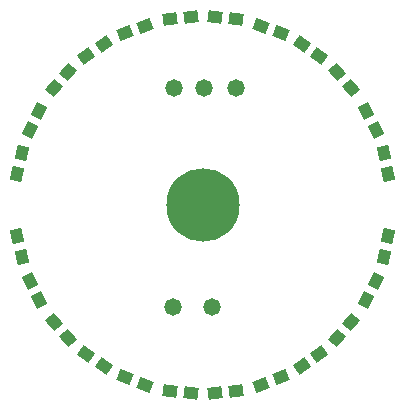
<source format=gts>
G04*
G04 #@! TF.GenerationSoftware,Altium Limited,Altium Designer,19.0.12 (326)*
G04*
G04 Layer_Color=8388736*
%FSLAX25Y25*%
%MOIN*%
G70*
G01*
G75*
G04:AMPARAMS|DCode=12|XSize=47.37mil|YSize=39.5mil|CornerRadius=0mil|HoleSize=0mil|Usage=FLASHONLY|Rotation=173.000|XOffset=0mil|YOffset=0mil|HoleType=Round|Shape=Rectangle|*
%AMROTATEDRECTD12*
4,1,4,0.02592,0.01671,0.02110,-0.02249,-0.02592,-0.01671,-0.02110,0.02249,0.02592,0.01671,0.0*
%
%ADD12ROTATEDRECTD12*%

G04:AMPARAMS|DCode=13|XSize=47.37mil|YSize=39.5mil|CornerRadius=0mil|HoleSize=0mil|Usage=FLASHONLY|Rotation=187.000|XOffset=0mil|YOffset=0mil|HoleType=Round|Shape=Rectangle|*
%AMROTATEDRECTD13*
4,1,4,0.02110,0.02249,0.02592,-0.01671,-0.02110,-0.02249,-0.02592,0.01671,0.02110,0.02249,0.0*
%
%ADD13ROTATEDRECTD13*%

G04:AMPARAMS|DCode=14|XSize=47.37mil|YSize=39.5mil|CornerRadius=0mil|HoleSize=0mil|Usage=FLASHONLY|Rotation=201.000|XOffset=0mil|YOffset=0mil|HoleType=Round|Shape=Rectangle|*
%AMROTATEDRECTD14*
4,1,4,0.01504,0.02692,0.02919,-0.00995,-0.01504,-0.02692,-0.02919,0.00995,0.01504,0.02692,0.0*
%
%ADD14ROTATEDRECTD14*%

G04:AMPARAMS|DCode=15|XSize=47.37mil|YSize=39.5mil|CornerRadius=0mil|HoleSize=0mil|Usage=FLASHONLY|Rotation=159.000|XOffset=0mil|YOffset=0mil|HoleType=Round|Shape=Rectangle|*
%AMROTATEDRECTD15*
4,1,4,0.02919,0.00995,0.01504,-0.02692,-0.02919,-0.00995,-0.01504,0.02692,0.02919,0.00995,0.0*
%
%ADD15ROTATEDRECTD15*%

G04:AMPARAMS|DCode=16|XSize=47.37mil|YSize=39.5mil|CornerRadius=0mil|HoleSize=0mil|Usage=FLASHONLY|Rotation=145.000|XOffset=0mil|YOffset=0mil|HoleType=Round|Shape=Rectangle|*
%AMROTATEDRECTD16*
4,1,4,0.03073,0.00259,0.00807,-0.02976,-0.03073,-0.00259,-0.00807,0.02976,0.03073,0.00259,0.0*
%
%ADD16ROTATEDRECTD16*%

G04:AMPARAMS|DCode=17|XSize=47.37mil|YSize=39.5mil|CornerRadius=0mil|HoleSize=0mil|Usage=FLASHONLY|Rotation=131.000|XOffset=0mil|YOffset=0mil|HoleType=Round|Shape=Rectangle|*
%AMROTATEDRECTD17*
4,1,4,0.03044,-0.00492,0.00064,-0.03083,-0.03044,0.00492,-0.00064,0.03083,0.03044,-0.00492,0.0*
%
%ADD17ROTATEDRECTD17*%

G04:AMPARAMS|DCode=18|XSize=47.37mil|YSize=39.5mil|CornerRadius=0mil|HoleSize=0mil|Usage=FLASHONLY|Rotation=117.000|XOffset=0mil|YOffset=0mil|HoleType=Round|Shape=Rectangle|*
%AMROTATEDRECTD18*
4,1,4,0.02835,-0.01214,-0.00684,-0.03007,-0.02835,0.01214,0.00684,0.03007,0.02835,-0.01214,0.0*
%
%ADD18ROTATEDRECTD18*%

G04:AMPARAMS|DCode=19|XSize=47.37mil|YSize=39.5mil|CornerRadius=0mil|HoleSize=0mil|Usage=FLASHONLY|Rotation=103.000|XOffset=0mil|YOffset=0mil|HoleType=Round|Shape=Rectangle|*
%AMROTATEDRECTD19*
4,1,4,0.02457,-0.01864,-0.01391,-0.02752,-0.02457,0.01864,0.01391,0.02752,0.02457,-0.01864,0.0*
%
%ADD19ROTATEDRECTD19*%

G04:AMPARAMS|DCode=20|XSize=47.37mil|YSize=39.5mil|CornerRadius=0mil|HoleSize=0mil|Usage=FLASHONLY|Rotation=77.000|XOffset=0mil|YOffset=0mil|HoleType=Round|Shape=Rectangle|*
%AMROTATEDRECTD20*
4,1,4,0.01391,-0.02752,-0.02457,-0.01864,-0.01391,0.02752,0.02457,0.01864,0.01391,-0.02752,0.0*
%
%ADD20ROTATEDRECTD20*%

G04:AMPARAMS|DCode=21|XSize=47.37mil|YSize=39.5mil|CornerRadius=0mil|HoleSize=0mil|Usage=FLASHONLY|Rotation=63.000|XOffset=0mil|YOffset=0mil|HoleType=Round|Shape=Rectangle|*
%AMROTATEDRECTD21*
4,1,4,0.00684,-0.03007,-0.02835,-0.01214,-0.00684,0.03007,0.02835,0.01214,0.00684,-0.03007,0.0*
%
%ADD21ROTATEDRECTD21*%

G04:AMPARAMS|DCode=22|XSize=47.37mil|YSize=39.5mil|CornerRadius=0mil|HoleSize=0mil|Usage=FLASHONLY|Rotation=49.000|XOffset=0mil|YOffset=0mil|HoleType=Round|Shape=Rectangle|*
%AMROTATEDRECTD22*
4,1,4,-0.00064,-0.03083,-0.03044,-0.00492,0.00064,0.03083,0.03044,0.00492,-0.00064,-0.03083,0.0*
%
%ADD22ROTATEDRECTD22*%

G04:AMPARAMS|DCode=23|XSize=47.37mil|YSize=39.5mil|CornerRadius=0mil|HoleSize=0mil|Usage=FLASHONLY|Rotation=35.000|XOffset=0mil|YOffset=0mil|HoleType=Round|Shape=Rectangle|*
%AMROTATEDRECTD23*
4,1,4,-0.00807,-0.02976,-0.03073,0.00259,0.00807,0.02976,0.03073,-0.00259,-0.00807,-0.02976,0.0*
%
%ADD23ROTATEDRECTD23*%

%ADD24C,0.05800*%
%ADD25C,0.24422*%
D12*
X207926Y258781D02*
D03*
X200893Y259644D02*
D03*
X185774Y134920D02*
D03*
X192808Y134056D02*
D03*
D13*
Y259644D02*
D03*
X185774Y258781D02*
D03*
X200893Y134056D02*
D03*
X207926Y134920D02*
D03*
D14*
X177481Y256703D02*
D03*
X170865Y254163D02*
D03*
X216220Y136998D02*
D03*
X222835Y139538D02*
D03*
D15*
Y254163D02*
D03*
X216220Y256703D02*
D03*
X170865Y139538D02*
D03*
X177481Y136998D02*
D03*
D16*
X235658Y246472D02*
D03*
X229853Y250536D02*
D03*
X158042Y147229D02*
D03*
X163847Y143165D02*
D03*
D17*
X246419Y235751D02*
D03*
X241770Y241099D02*
D03*
X147282Y157950D02*
D03*
X151931Y152601D02*
D03*
D18*
X254522Y222040D02*
D03*
X251305Y228354D02*
D03*
X139179Y171661D02*
D03*
X142396Y165347D02*
D03*
D19*
X258750Y207256D02*
D03*
X257156Y214161D02*
D03*
X134951Y186445D02*
D03*
X136545Y179540D02*
D03*
D20*
X257156Y179540D02*
D03*
X258750Y186445D02*
D03*
X136545Y214161D02*
D03*
X134951Y207256D02*
D03*
D21*
X251305Y165347D02*
D03*
X254522Y171661D02*
D03*
X142396Y228354D02*
D03*
X139179Y222040D02*
D03*
D22*
X241770Y152601D02*
D03*
X246419Y157950D02*
D03*
X151931Y241099D02*
D03*
X147282Y235751D02*
D03*
D23*
X229853Y143165D02*
D03*
X235658Y147229D02*
D03*
X163847Y250536D02*
D03*
X158042Y246472D02*
D03*
D24*
X187008Y162911D02*
D03*
X207874Y235827D02*
D03*
X200000Y162992D02*
D03*
X187402Y235827D02*
D03*
X197244D02*
D03*
D25*
X196850Y196850D02*
D03*
M02*

</source>
